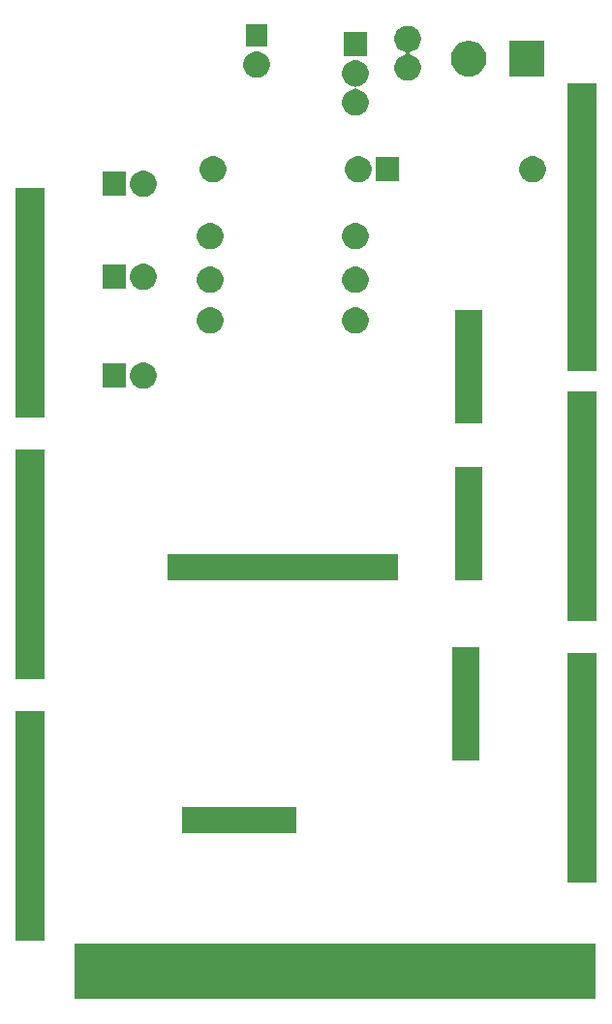
<source format=gbr>
G04 #@! TF.GenerationSoftware,KiCad,Pcbnew,(5.1.2)-2*
G04 #@! TF.CreationDate,2020-09-08T11:20:29+07:00*
G04 #@! TF.ProjectId,Balancing_Robot,42616c61-6e63-4696-9e67-5f526f626f74,rev?*
G04 #@! TF.SameCoordinates,Original*
G04 #@! TF.FileFunction,Soldermask,Bot*
G04 #@! TF.FilePolarity,Negative*
%FSLAX46Y46*%
G04 Gerber Fmt 4.6, Leading zero omitted, Abs format (unit mm)*
G04 Created by KiCad (PCBNEW (5.1.2)-2) date 2020-09-08 11:20:29*
%MOMM*%
%LPD*%
G04 APERTURE LIST*
%ADD10C,0.100000*%
G04 APERTURE END LIST*
D10*
G36*
X114181000Y-159647000D02*
G01*
X68699000Y-159647000D01*
X68699000Y-154805000D01*
X114181000Y-154805000D01*
X114181000Y-159647000D01*
X114181000Y-159647000D01*
G37*
G36*
X66071000Y-154567000D02*
G01*
X63469000Y-154567000D01*
X63469000Y-134485000D01*
X66071000Y-134485000D01*
X66071000Y-154567000D01*
X66071000Y-154567000D01*
G37*
G36*
X114331000Y-149487000D02*
G01*
X111729000Y-149487000D01*
X111729000Y-129405000D01*
X114331000Y-129405000D01*
X114331000Y-149487000D01*
X114331000Y-149487000D01*
G37*
G36*
X88019000Y-145169000D02*
G01*
X78097000Y-145169000D01*
X78097000Y-142867000D01*
X88019000Y-142867000D01*
X88019000Y-145169000D01*
X88019000Y-145169000D01*
G37*
G36*
X104021000Y-138819000D02*
G01*
X101719000Y-138819000D01*
X101719000Y-128897000D01*
X104021000Y-128897000D01*
X104021000Y-138819000D01*
X104021000Y-138819000D01*
G37*
G36*
X66071000Y-131707000D02*
G01*
X63469000Y-131707000D01*
X63469000Y-111625000D01*
X66071000Y-111625000D01*
X66071000Y-131707000D01*
X66071000Y-131707000D01*
G37*
G36*
X114331000Y-126627000D02*
G01*
X111729000Y-126627000D01*
X111729000Y-106545000D01*
X114331000Y-106545000D01*
X114331000Y-126627000D01*
X114331000Y-126627000D01*
G37*
G36*
X96909000Y-123071000D02*
G01*
X76827000Y-123071000D01*
X76827000Y-120769000D01*
X96909000Y-120769000D01*
X96909000Y-123071000D01*
X96909000Y-123071000D01*
G37*
G36*
X104275000Y-123071000D02*
G01*
X101973000Y-123071000D01*
X101973000Y-113149000D01*
X104275000Y-113149000D01*
X104275000Y-123071000D01*
X104275000Y-123071000D01*
G37*
G36*
X104275000Y-109355000D02*
G01*
X101973000Y-109355000D01*
X101973000Y-99433000D01*
X104275000Y-99433000D01*
X104275000Y-109355000D01*
X104275000Y-109355000D01*
G37*
G36*
X66071000Y-108847000D02*
G01*
X63469000Y-108847000D01*
X63469000Y-88765000D01*
X66071000Y-88765000D01*
X66071000Y-108847000D01*
X66071000Y-108847000D01*
G37*
G36*
X74900549Y-104027116D02*
G01*
X75011734Y-104049232D01*
X75221203Y-104135997D01*
X75409720Y-104261960D01*
X75570040Y-104422280D01*
X75696003Y-104610797D01*
X75782768Y-104820266D01*
X75827000Y-105042636D01*
X75827000Y-105269364D01*
X75782768Y-105491734D01*
X75696003Y-105701203D01*
X75570040Y-105889720D01*
X75409720Y-106050040D01*
X75221203Y-106176003D01*
X75011734Y-106262768D01*
X74900549Y-106284884D01*
X74789365Y-106307000D01*
X74562635Y-106307000D01*
X74451451Y-106284884D01*
X74340266Y-106262768D01*
X74130797Y-106176003D01*
X73942280Y-106050040D01*
X73781960Y-105889720D01*
X73655997Y-105701203D01*
X73569232Y-105491734D01*
X73525000Y-105269364D01*
X73525000Y-105042636D01*
X73569232Y-104820266D01*
X73655997Y-104610797D01*
X73781960Y-104422280D01*
X73942280Y-104261960D01*
X74130797Y-104135997D01*
X74340266Y-104049232D01*
X74451451Y-104027116D01*
X74562635Y-104005000D01*
X74789365Y-104005000D01*
X74900549Y-104027116D01*
X74900549Y-104027116D01*
G37*
G36*
X73187000Y-106207000D02*
G01*
X71085000Y-106207000D01*
X71085000Y-104105000D01*
X73187000Y-104105000D01*
X73187000Y-106207000D01*
X73187000Y-106207000D01*
G37*
G36*
X114331000Y-104783000D02*
G01*
X111729000Y-104783000D01*
X111729000Y-79621000D01*
X114331000Y-79621000D01*
X114331000Y-104783000D01*
X114331000Y-104783000D01*
G37*
G36*
X80742549Y-99201116D02*
G01*
X80853734Y-99223232D01*
X81063203Y-99309997D01*
X81251720Y-99435960D01*
X81412040Y-99596280D01*
X81538003Y-99784797D01*
X81624768Y-99994266D01*
X81669000Y-100216636D01*
X81669000Y-100443364D01*
X81624768Y-100665734D01*
X81538003Y-100875203D01*
X81412040Y-101063720D01*
X81251720Y-101224040D01*
X81063203Y-101350003D01*
X80853734Y-101436768D01*
X80742549Y-101458884D01*
X80631365Y-101481000D01*
X80404635Y-101481000D01*
X80293451Y-101458884D01*
X80182266Y-101436768D01*
X79972797Y-101350003D01*
X79784280Y-101224040D01*
X79623960Y-101063720D01*
X79497997Y-100875203D01*
X79411232Y-100665734D01*
X79367000Y-100443364D01*
X79367000Y-100216636D01*
X79411232Y-99994266D01*
X79497997Y-99784797D01*
X79623960Y-99596280D01*
X79784280Y-99435960D01*
X79972797Y-99309997D01*
X80182266Y-99223232D01*
X80293451Y-99201116D01*
X80404635Y-99179000D01*
X80631365Y-99179000D01*
X80742549Y-99201116D01*
X80742549Y-99201116D01*
G37*
G36*
X93442549Y-99201116D02*
G01*
X93553734Y-99223232D01*
X93763203Y-99309997D01*
X93951720Y-99435960D01*
X94112040Y-99596280D01*
X94238003Y-99784797D01*
X94324768Y-99994266D01*
X94369000Y-100216636D01*
X94369000Y-100443364D01*
X94324768Y-100665734D01*
X94238003Y-100875203D01*
X94112040Y-101063720D01*
X93951720Y-101224040D01*
X93763203Y-101350003D01*
X93553734Y-101436768D01*
X93442549Y-101458884D01*
X93331365Y-101481000D01*
X93104635Y-101481000D01*
X92993451Y-101458884D01*
X92882266Y-101436768D01*
X92672797Y-101350003D01*
X92484280Y-101224040D01*
X92323960Y-101063720D01*
X92197997Y-100875203D01*
X92111232Y-100665734D01*
X92067000Y-100443364D01*
X92067000Y-100216636D01*
X92111232Y-99994266D01*
X92197997Y-99784797D01*
X92323960Y-99596280D01*
X92484280Y-99435960D01*
X92672797Y-99309997D01*
X92882266Y-99223232D01*
X92993451Y-99201116D01*
X93104635Y-99179000D01*
X93331365Y-99179000D01*
X93442549Y-99201116D01*
X93442549Y-99201116D01*
G37*
G36*
X93442549Y-95645116D02*
G01*
X93553734Y-95667232D01*
X93763203Y-95753997D01*
X93951720Y-95879960D01*
X94112040Y-96040280D01*
X94183348Y-96147000D01*
X94238004Y-96228799D01*
X94324768Y-96438267D01*
X94363576Y-96633365D01*
X94369000Y-96660636D01*
X94369000Y-96887364D01*
X94324768Y-97109734D01*
X94238003Y-97319203D01*
X94112040Y-97507720D01*
X93951720Y-97668040D01*
X93763203Y-97794003D01*
X93553734Y-97880768D01*
X93442549Y-97902884D01*
X93331365Y-97925000D01*
X93104635Y-97925000D01*
X92993451Y-97902884D01*
X92882266Y-97880768D01*
X92672797Y-97794003D01*
X92484280Y-97668040D01*
X92323960Y-97507720D01*
X92197997Y-97319203D01*
X92111232Y-97109734D01*
X92067000Y-96887364D01*
X92067000Y-96660636D01*
X92072425Y-96633365D01*
X92111232Y-96438267D01*
X92197996Y-96228799D01*
X92252652Y-96147000D01*
X92323960Y-96040280D01*
X92484280Y-95879960D01*
X92672797Y-95753997D01*
X92882266Y-95667232D01*
X92993451Y-95645116D01*
X93104635Y-95623000D01*
X93331365Y-95623000D01*
X93442549Y-95645116D01*
X93442549Y-95645116D01*
G37*
G36*
X80742549Y-95645116D02*
G01*
X80853734Y-95667232D01*
X81063203Y-95753997D01*
X81251720Y-95879960D01*
X81412040Y-96040280D01*
X81483348Y-96147000D01*
X81538004Y-96228799D01*
X81624768Y-96438267D01*
X81663576Y-96633365D01*
X81669000Y-96660636D01*
X81669000Y-96887364D01*
X81624768Y-97109734D01*
X81538003Y-97319203D01*
X81412040Y-97507720D01*
X81251720Y-97668040D01*
X81063203Y-97794003D01*
X80853734Y-97880768D01*
X80742549Y-97902884D01*
X80631365Y-97925000D01*
X80404635Y-97925000D01*
X80293451Y-97902884D01*
X80182266Y-97880768D01*
X79972797Y-97794003D01*
X79784280Y-97668040D01*
X79623960Y-97507720D01*
X79497997Y-97319203D01*
X79411232Y-97109734D01*
X79367000Y-96887364D01*
X79367000Y-96660636D01*
X79372425Y-96633365D01*
X79411232Y-96438267D01*
X79497996Y-96228799D01*
X79552652Y-96147000D01*
X79623960Y-96040280D01*
X79784280Y-95879960D01*
X79972797Y-95753997D01*
X80182266Y-95667232D01*
X80293451Y-95645116D01*
X80404635Y-95623000D01*
X80631365Y-95623000D01*
X80742549Y-95645116D01*
X80742549Y-95645116D01*
G37*
G36*
X74900549Y-95391116D02*
G01*
X75011734Y-95413232D01*
X75221203Y-95499997D01*
X75409720Y-95625960D01*
X75570040Y-95786280D01*
X75696003Y-95974797D01*
X75696004Y-95974799D01*
X75782768Y-96184267D01*
X75827000Y-96406635D01*
X75827000Y-96633365D01*
X75821575Y-96660636D01*
X75782768Y-96855734D01*
X75696003Y-97065203D01*
X75570040Y-97253720D01*
X75409720Y-97414040D01*
X75221203Y-97540003D01*
X75011734Y-97626768D01*
X74900549Y-97648884D01*
X74789365Y-97671000D01*
X74562635Y-97671000D01*
X74451451Y-97648884D01*
X74340266Y-97626768D01*
X74130797Y-97540003D01*
X73942280Y-97414040D01*
X73781960Y-97253720D01*
X73655997Y-97065203D01*
X73569232Y-96855734D01*
X73530425Y-96660636D01*
X73525000Y-96633365D01*
X73525000Y-96406635D01*
X73569232Y-96184267D01*
X73655996Y-95974799D01*
X73655997Y-95974797D01*
X73781960Y-95786280D01*
X73942280Y-95625960D01*
X74130797Y-95499997D01*
X74340266Y-95413232D01*
X74451451Y-95391116D01*
X74562635Y-95369000D01*
X74789365Y-95369000D01*
X74900549Y-95391116D01*
X74900549Y-95391116D01*
G37*
G36*
X73187000Y-97571000D02*
G01*
X71085000Y-97571000D01*
X71085000Y-95469000D01*
X73187000Y-95469000D01*
X73187000Y-97571000D01*
X73187000Y-97571000D01*
G37*
G36*
X93442549Y-91835116D02*
G01*
X93553734Y-91857232D01*
X93763203Y-91943997D01*
X93951720Y-92069960D01*
X94112040Y-92230280D01*
X94238003Y-92418797D01*
X94324768Y-92628266D01*
X94369000Y-92850636D01*
X94369000Y-93077364D01*
X94324768Y-93299734D01*
X94238003Y-93509203D01*
X94112040Y-93697720D01*
X93951720Y-93858040D01*
X93763203Y-93984003D01*
X93553734Y-94070768D01*
X93442549Y-94092884D01*
X93331365Y-94115000D01*
X93104635Y-94115000D01*
X92993451Y-94092884D01*
X92882266Y-94070768D01*
X92672797Y-93984003D01*
X92484280Y-93858040D01*
X92323960Y-93697720D01*
X92197997Y-93509203D01*
X92111232Y-93299734D01*
X92067000Y-93077364D01*
X92067000Y-92850636D01*
X92111232Y-92628266D01*
X92197997Y-92418797D01*
X92323960Y-92230280D01*
X92484280Y-92069960D01*
X92672797Y-91943997D01*
X92882266Y-91857232D01*
X92993451Y-91835116D01*
X93104635Y-91813000D01*
X93331365Y-91813000D01*
X93442549Y-91835116D01*
X93442549Y-91835116D01*
G37*
G36*
X80742549Y-91835116D02*
G01*
X80853734Y-91857232D01*
X81063203Y-91943997D01*
X81251720Y-92069960D01*
X81412040Y-92230280D01*
X81538003Y-92418797D01*
X81624768Y-92628266D01*
X81669000Y-92850636D01*
X81669000Y-93077364D01*
X81624768Y-93299734D01*
X81538003Y-93509203D01*
X81412040Y-93697720D01*
X81251720Y-93858040D01*
X81063203Y-93984003D01*
X80853734Y-94070768D01*
X80742549Y-94092884D01*
X80631365Y-94115000D01*
X80404635Y-94115000D01*
X80293451Y-94092884D01*
X80182266Y-94070768D01*
X79972797Y-93984003D01*
X79784280Y-93858040D01*
X79623960Y-93697720D01*
X79497997Y-93509203D01*
X79411232Y-93299734D01*
X79367000Y-93077364D01*
X79367000Y-92850636D01*
X79411232Y-92628266D01*
X79497997Y-92418797D01*
X79623960Y-92230280D01*
X79784280Y-92069960D01*
X79972797Y-91943997D01*
X80182266Y-91857232D01*
X80293451Y-91835116D01*
X80404635Y-91813000D01*
X80631365Y-91813000D01*
X80742549Y-91835116D01*
X80742549Y-91835116D01*
G37*
G36*
X74900549Y-87263116D02*
G01*
X75011734Y-87285232D01*
X75221203Y-87371997D01*
X75409720Y-87497960D01*
X75570040Y-87658280D01*
X75696003Y-87846797D01*
X75782768Y-88056266D01*
X75827000Y-88278636D01*
X75827000Y-88505364D01*
X75782768Y-88727734D01*
X75696003Y-88937203D01*
X75570040Y-89125720D01*
X75409720Y-89286040D01*
X75221203Y-89412003D01*
X75011734Y-89498768D01*
X74900549Y-89520884D01*
X74789365Y-89543000D01*
X74562635Y-89543000D01*
X74451451Y-89520884D01*
X74340266Y-89498768D01*
X74130797Y-89412003D01*
X73942280Y-89286040D01*
X73781960Y-89125720D01*
X73655997Y-88937203D01*
X73569232Y-88727734D01*
X73525000Y-88505364D01*
X73525000Y-88278636D01*
X73569232Y-88056266D01*
X73655997Y-87846797D01*
X73781960Y-87658280D01*
X73942280Y-87497960D01*
X74130797Y-87371997D01*
X74340266Y-87285232D01*
X74451451Y-87263116D01*
X74562635Y-87241000D01*
X74789365Y-87241000D01*
X74900549Y-87263116D01*
X74900549Y-87263116D01*
G37*
G36*
X73187000Y-89443000D02*
G01*
X71085000Y-89443000D01*
X71085000Y-87341000D01*
X73187000Y-87341000D01*
X73187000Y-89443000D01*
X73187000Y-89443000D01*
G37*
G36*
X80996549Y-85993116D02*
G01*
X81107734Y-86015232D01*
X81317203Y-86101997D01*
X81505720Y-86227960D01*
X81666040Y-86388280D01*
X81792003Y-86576797D01*
X81878768Y-86786266D01*
X81923000Y-87008636D01*
X81923000Y-87235364D01*
X81878768Y-87457734D01*
X81792003Y-87667203D01*
X81666040Y-87855720D01*
X81505720Y-88016040D01*
X81317203Y-88142003D01*
X81107734Y-88228768D01*
X80996549Y-88250884D01*
X80885365Y-88273000D01*
X80658635Y-88273000D01*
X80547451Y-88250884D01*
X80436266Y-88228768D01*
X80226797Y-88142003D01*
X80038280Y-88016040D01*
X79877960Y-87855720D01*
X79751997Y-87667203D01*
X79665232Y-87457734D01*
X79621000Y-87235364D01*
X79621000Y-87008636D01*
X79665232Y-86786266D01*
X79751997Y-86576797D01*
X79877960Y-86388280D01*
X80038280Y-86227960D01*
X80226797Y-86101997D01*
X80436266Y-86015232D01*
X80547451Y-85993116D01*
X80658635Y-85971000D01*
X80885365Y-85971000D01*
X80996549Y-85993116D01*
X80996549Y-85993116D01*
G37*
G36*
X93696549Y-85993116D02*
G01*
X93807734Y-86015232D01*
X94017203Y-86101997D01*
X94205720Y-86227960D01*
X94366040Y-86388280D01*
X94492003Y-86576797D01*
X94578768Y-86786266D01*
X94623000Y-87008636D01*
X94623000Y-87235364D01*
X94578768Y-87457734D01*
X94492003Y-87667203D01*
X94366040Y-87855720D01*
X94205720Y-88016040D01*
X94017203Y-88142003D01*
X93807734Y-88228768D01*
X93696549Y-88250884D01*
X93585365Y-88273000D01*
X93358635Y-88273000D01*
X93247451Y-88250884D01*
X93136266Y-88228768D01*
X92926797Y-88142003D01*
X92738280Y-88016040D01*
X92577960Y-87855720D01*
X92451997Y-87667203D01*
X92365232Y-87457734D01*
X92321000Y-87235364D01*
X92321000Y-87008636D01*
X92365232Y-86786266D01*
X92451997Y-86576797D01*
X92577960Y-86388280D01*
X92738280Y-86227960D01*
X92926797Y-86101997D01*
X93136266Y-86015232D01*
X93247451Y-85993116D01*
X93358635Y-85971000D01*
X93585365Y-85971000D01*
X93696549Y-85993116D01*
X93696549Y-85993116D01*
G37*
G36*
X108936549Y-85993116D02*
G01*
X109047734Y-86015232D01*
X109257203Y-86101997D01*
X109445720Y-86227960D01*
X109606040Y-86388280D01*
X109732003Y-86576797D01*
X109818768Y-86786266D01*
X109863000Y-87008636D01*
X109863000Y-87235364D01*
X109818768Y-87457734D01*
X109732003Y-87667203D01*
X109606040Y-87855720D01*
X109445720Y-88016040D01*
X109257203Y-88142003D01*
X109047734Y-88228768D01*
X108936549Y-88250884D01*
X108825365Y-88273000D01*
X108598635Y-88273000D01*
X108487451Y-88250884D01*
X108376266Y-88228768D01*
X108166797Y-88142003D01*
X107978280Y-88016040D01*
X107817960Y-87855720D01*
X107691997Y-87667203D01*
X107605232Y-87457734D01*
X107561000Y-87235364D01*
X107561000Y-87008636D01*
X107605232Y-86786266D01*
X107691997Y-86576797D01*
X107817960Y-86388280D01*
X107978280Y-86227960D01*
X108166797Y-86101997D01*
X108376266Y-86015232D01*
X108487451Y-85993116D01*
X108598635Y-85971000D01*
X108825365Y-85971000D01*
X108936549Y-85993116D01*
X108936549Y-85993116D01*
G37*
G36*
X97063000Y-88173000D02*
G01*
X94961000Y-88173000D01*
X94961000Y-86071000D01*
X97063000Y-86071000D01*
X97063000Y-88173000D01*
X97063000Y-88173000D01*
G37*
G36*
X93442549Y-77611116D02*
G01*
X93553734Y-77633232D01*
X93763203Y-77719997D01*
X93951720Y-77845960D01*
X94112040Y-78006280D01*
X94238003Y-78194797D01*
X94238004Y-78194799D01*
X94242094Y-78204674D01*
X94324768Y-78404266D01*
X94369000Y-78626636D01*
X94369000Y-78853364D01*
X94324768Y-79075734D01*
X94302704Y-79129000D01*
X94251755Y-79252004D01*
X94238003Y-79285203D01*
X94112040Y-79473720D01*
X93951720Y-79634040D01*
X93763203Y-79760003D01*
X93553734Y-79846768D01*
X93426161Y-79872144D01*
X93349448Y-79887403D01*
X93325999Y-79894516D01*
X93304388Y-79906067D01*
X93285446Y-79921612D01*
X93269901Y-79940554D01*
X93258350Y-79962165D01*
X93251237Y-79985614D01*
X93248835Y-80010000D01*
X93251237Y-80034386D01*
X93258350Y-80057835D01*
X93269901Y-80079446D01*
X93285446Y-80098388D01*
X93304388Y-80113933D01*
X93325999Y-80125484D01*
X93349448Y-80132597D01*
X93426161Y-80147856D01*
X93553734Y-80173232D01*
X93763203Y-80259997D01*
X93951720Y-80385960D01*
X94112040Y-80546280D01*
X94238003Y-80734797D01*
X94324768Y-80944266D01*
X94369000Y-81166636D01*
X94369000Y-81393364D01*
X94324768Y-81615734D01*
X94238003Y-81825203D01*
X94112040Y-82013720D01*
X93951720Y-82174040D01*
X93763203Y-82300003D01*
X93553734Y-82386768D01*
X93442549Y-82408884D01*
X93331365Y-82431000D01*
X93104635Y-82431000D01*
X92993451Y-82408884D01*
X92882266Y-82386768D01*
X92672797Y-82300003D01*
X92484280Y-82174040D01*
X92323960Y-82013720D01*
X92197997Y-81825203D01*
X92111232Y-81615734D01*
X92067000Y-81393364D01*
X92067000Y-81166636D01*
X92111232Y-80944266D01*
X92197997Y-80734797D01*
X92323960Y-80546280D01*
X92484280Y-80385960D01*
X92672797Y-80259997D01*
X92882266Y-80173232D01*
X93009839Y-80147856D01*
X93086552Y-80132597D01*
X93110001Y-80125484D01*
X93131612Y-80113933D01*
X93150554Y-80098388D01*
X93166099Y-80079446D01*
X93177650Y-80057835D01*
X93184763Y-80034386D01*
X93187165Y-80010000D01*
X93184763Y-79985614D01*
X93177650Y-79962165D01*
X93166099Y-79940554D01*
X93150554Y-79921612D01*
X93131612Y-79906067D01*
X93110001Y-79894516D01*
X93086552Y-79887403D01*
X93009839Y-79872144D01*
X92882266Y-79846768D01*
X92672797Y-79760003D01*
X92484280Y-79634040D01*
X92323960Y-79473720D01*
X92197997Y-79285203D01*
X92184246Y-79252004D01*
X92133296Y-79129000D01*
X92111232Y-79075734D01*
X92067000Y-78853364D01*
X92067000Y-78626636D01*
X92111232Y-78404266D01*
X92193906Y-78204674D01*
X92197996Y-78194799D01*
X92197997Y-78194797D01*
X92323960Y-78006280D01*
X92484280Y-77845960D01*
X92672797Y-77719997D01*
X92882266Y-77633232D01*
X92993451Y-77611116D01*
X93104635Y-77589000D01*
X93331365Y-77589000D01*
X93442549Y-77611116D01*
X93442549Y-77611116D01*
G37*
G36*
X98014549Y-74603116D02*
G01*
X98125734Y-74625232D01*
X98335203Y-74711997D01*
X98523720Y-74837960D01*
X98684040Y-74998280D01*
X98810003Y-75186797D01*
X98810004Y-75186799D01*
X98896768Y-75396267D01*
X98941000Y-75618635D01*
X98941000Y-75845365D01*
X98896768Y-76067733D01*
X98814951Y-76265259D01*
X98810003Y-76277203D01*
X98684040Y-76465720D01*
X98523720Y-76626040D01*
X98335203Y-76752003D01*
X98125734Y-76838768D01*
X98021993Y-76859403D01*
X97998545Y-76866516D01*
X97976934Y-76878067D01*
X97957992Y-76893612D01*
X97942447Y-76912554D01*
X97930896Y-76934165D01*
X97923783Y-76957614D01*
X97921381Y-76982000D01*
X97923783Y-77006386D01*
X97930896Y-77029835D01*
X97942447Y-77051446D01*
X97957992Y-77070388D01*
X97976934Y-77085933D01*
X97998545Y-77097484D01*
X98021993Y-77104597D01*
X98125734Y-77125232D01*
X98335203Y-77211997D01*
X98523720Y-77337960D01*
X98684040Y-77498280D01*
X98774212Y-77633232D01*
X98810004Y-77686799D01*
X98823755Y-77719997D01*
X98875931Y-77845960D01*
X98896768Y-77896267D01*
X98935576Y-78091365D01*
X98941000Y-78118636D01*
X98941000Y-78345364D01*
X98896768Y-78567734D01*
X98810003Y-78777203D01*
X98684040Y-78965720D01*
X98523720Y-79126040D01*
X98335203Y-79252003D01*
X98125734Y-79338768D01*
X98014549Y-79360884D01*
X97903365Y-79383000D01*
X97676635Y-79383000D01*
X97565451Y-79360884D01*
X97454266Y-79338768D01*
X97244797Y-79252003D01*
X97056280Y-79126040D01*
X96895960Y-78965720D01*
X96769997Y-78777203D01*
X96683232Y-78567734D01*
X96639000Y-78345364D01*
X96639000Y-78118636D01*
X96644425Y-78091365D01*
X96683232Y-77896267D01*
X96704070Y-77845960D01*
X96756245Y-77719997D01*
X96769996Y-77686799D01*
X96805788Y-77633232D01*
X96895960Y-77498280D01*
X97056280Y-77337960D01*
X97244797Y-77211997D01*
X97454266Y-77125232D01*
X97558007Y-77104597D01*
X97581455Y-77097484D01*
X97603066Y-77085933D01*
X97622008Y-77070388D01*
X97637553Y-77051446D01*
X97649104Y-77029835D01*
X97656217Y-77006386D01*
X97658619Y-76982000D01*
X97656217Y-76957614D01*
X97649104Y-76934165D01*
X97637553Y-76912554D01*
X97622008Y-76893612D01*
X97603066Y-76878067D01*
X97581455Y-76866516D01*
X97558007Y-76859403D01*
X97454266Y-76838768D01*
X97244797Y-76752003D01*
X97056280Y-76626040D01*
X96895960Y-76465720D01*
X96769997Y-76277203D01*
X96765050Y-76265259D01*
X96683232Y-76067733D01*
X96639000Y-75845365D01*
X96639000Y-75618635D01*
X96683232Y-75396267D01*
X96769996Y-75186799D01*
X96769997Y-75186797D01*
X96895960Y-74998280D01*
X97056280Y-74837960D01*
X97244797Y-74711997D01*
X97454266Y-74625232D01*
X97565451Y-74603116D01*
X97676635Y-74581000D01*
X97903365Y-74581000D01*
X98014549Y-74603116D01*
X98014549Y-74603116D01*
G37*
G36*
X84754526Y-76838768D02*
G01*
X84917734Y-76871232D01*
X85017494Y-76912554D01*
X85126279Y-76957614D01*
X85127203Y-76957997D01*
X85315720Y-77083960D01*
X85476040Y-77244280D01*
X85602003Y-77432797D01*
X85680689Y-77622761D01*
X85688768Y-77642267D01*
X85733000Y-77864635D01*
X85733000Y-78091365D01*
X85727575Y-78118636D01*
X85688768Y-78313734D01*
X85602003Y-78523203D01*
X85476040Y-78711720D01*
X85315720Y-78872040D01*
X85127203Y-78998003D01*
X84917734Y-79084768D01*
X84806549Y-79106884D01*
X84695365Y-79129000D01*
X84468635Y-79129000D01*
X84357451Y-79106884D01*
X84246266Y-79084768D01*
X84036797Y-78998003D01*
X83848280Y-78872040D01*
X83687960Y-78711720D01*
X83561997Y-78523203D01*
X83475232Y-78313734D01*
X83436425Y-78118636D01*
X83431000Y-78091365D01*
X83431000Y-77864635D01*
X83475232Y-77642267D01*
X83483312Y-77622761D01*
X83561997Y-77432797D01*
X83687960Y-77244280D01*
X83848280Y-77083960D01*
X84036797Y-76957997D01*
X84037722Y-76957614D01*
X84146506Y-76912554D01*
X84246266Y-76871232D01*
X84409474Y-76838768D01*
X84468635Y-76827000D01*
X84695365Y-76827000D01*
X84754526Y-76838768D01*
X84754526Y-76838768D01*
G37*
G36*
X103426585Y-75948802D02*
G01*
X103576410Y-75978604D01*
X103858674Y-76095521D01*
X104112705Y-76265259D01*
X104328741Y-76481295D01*
X104498479Y-76735326D01*
X104615396Y-77017590D01*
X104675000Y-77317240D01*
X104675000Y-77622760D01*
X104615396Y-77922410D01*
X104498479Y-78204674D01*
X104328741Y-78458705D01*
X104112705Y-78674741D01*
X103858674Y-78844479D01*
X103576410Y-78961396D01*
X103426585Y-78991198D01*
X103276761Y-79021000D01*
X102971239Y-79021000D01*
X102821415Y-78991198D01*
X102671590Y-78961396D01*
X102389326Y-78844479D01*
X102135295Y-78674741D01*
X101919259Y-78458705D01*
X101749521Y-78204674D01*
X101632604Y-77922410D01*
X101573000Y-77622760D01*
X101573000Y-77317240D01*
X101632604Y-77017590D01*
X101749521Y-76735326D01*
X101919259Y-76481295D01*
X102135295Y-76265259D01*
X102389326Y-76095521D01*
X102671590Y-75978604D01*
X102821415Y-75948802D01*
X102971239Y-75919000D01*
X103276761Y-75919000D01*
X103426585Y-75948802D01*
X103426585Y-75948802D01*
G37*
G36*
X109755000Y-79021000D02*
G01*
X106653000Y-79021000D01*
X106653000Y-75919000D01*
X109755000Y-75919000D01*
X109755000Y-79021000D01*
X109755000Y-79021000D01*
G37*
G36*
X94269000Y-77251000D02*
G01*
X92167000Y-77251000D01*
X92167000Y-75149000D01*
X94269000Y-75149000D01*
X94269000Y-77251000D01*
X94269000Y-77251000D01*
G37*
G36*
X85533000Y-76389000D02*
G01*
X83631000Y-76389000D01*
X83631000Y-74487000D01*
X85533000Y-74487000D01*
X85533000Y-76389000D01*
X85533000Y-76389000D01*
G37*
M02*

</source>
